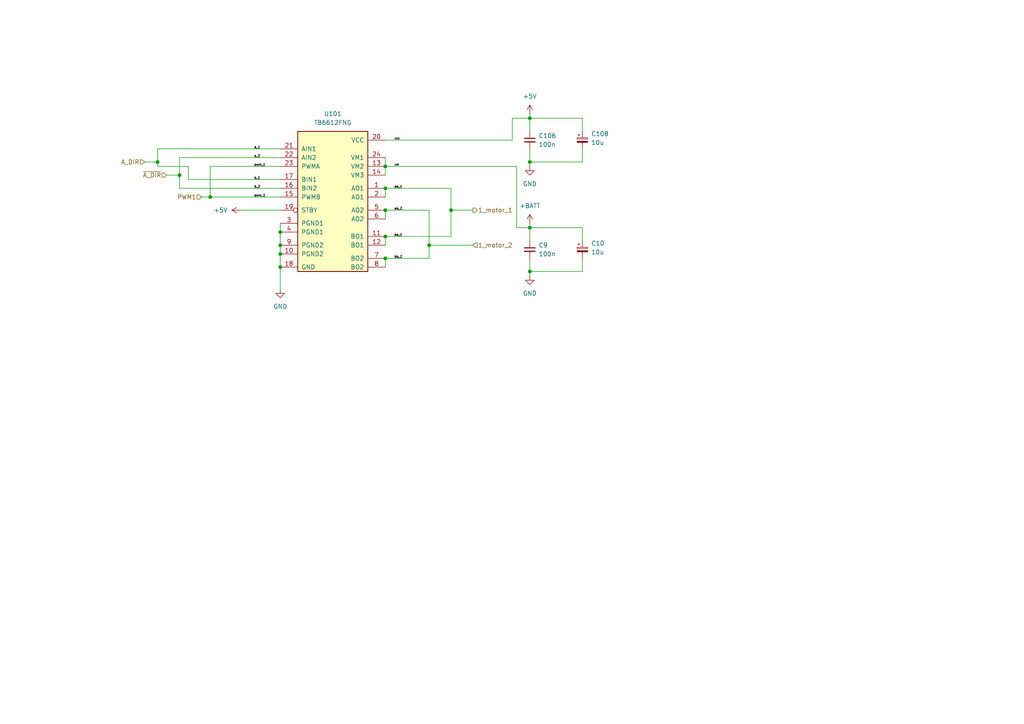
<source format=kicad_sch>
(kicad_sch
	(version 20231120)
	(generator "eeschema")
	(generator_version "8.0")
	(uuid "cf6f4d16-d596-4bfb-b0af-f0c1f16fa4d1")
	(paper "A4")
	(lib_symbols
		(symbol "Device:C_Polarized_Small"
			(pin_numbers hide)
			(pin_names
				(offset 0.254) hide)
			(exclude_from_sim no)
			(in_bom yes)
			(on_board yes)
			(property "Reference" "C"
				(at 0.254 1.778 0)
				(effects
					(font
						(size 1.27 1.27)
					)
					(justify left)
				)
			)
			(property "Value" "C_Polarized_Small"
				(at 0.254 -2.032 0)
				(effects
					(font
						(size 1.27 1.27)
					)
					(justify left)
				)
			)
			(property "Footprint" ""
				(at 0 0 0)
				(effects
					(font
						(size 1.27 1.27)
					)
					(hide yes)
				)
			)
			(property "Datasheet" "~"
				(at 0 0 0)
				(effects
					(font
						(size 1.27 1.27)
					)
					(hide yes)
				)
			)
			(property "Description" "Polarized capacitor, small symbol"
				(at 0 0 0)
				(effects
					(font
						(size 1.27 1.27)
					)
					(hide yes)
				)
			)
			(property "ki_keywords" "cap capacitor"
				(at 0 0 0)
				(effects
					(font
						(size 1.27 1.27)
					)
					(hide yes)
				)
			)
			(property "ki_fp_filters" "CP_*"
				(at 0 0 0)
				(effects
					(font
						(size 1.27 1.27)
					)
					(hide yes)
				)
			)
			(symbol "C_Polarized_Small_0_1"
				(rectangle
					(start -1.524 -0.3048)
					(end 1.524 -0.6858)
					(stroke
						(width 0)
						(type default)
					)
					(fill
						(type outline)
					)
				)
				(rectangle
					(start -1.524 0.6858)
					(end 1.524 0.3048)
					(stroke
						(width 0)
						(type default)
					)
					(fill
						(type none)
					)
				)
				(polyline
					(pts
						(xy -1.27 1.524) (xy -0.762 1.524)
					)
					(stroke
						(width 0)
						(type default)
					)
					(fill
						(type none)
					)
				)
				(polyline
					(pts
						(xy -1.016 1.27) (xy -1.016 1.778)
					)
					(stroke
						(width 0)
						(type default)
					)
					(fill
						(type none)
					)
				)
			)
			(symbol "C_Polarized_Small_1_1"
				(pin passive line
					(at 0 2.54 270)
					(length 1.8542)
					(name "~"
						(effects
							(font
								(size 1.27 1.27)
							)
						)
					)
					(number "1"
						(effects
							(font
								(size 1.27 1.27)
							)
						)
					)
				)
				(pin passive line
					(at 0 -2.54 90)
					(length 1.8542)
					(name "~"
						(effects
							(font
								(size 1.27 1.27)
							)
						)
					)
					(number "2"
						(effects
							(font
								(size 1.27 1.27)
							)
						)
					)
				)
			)
		)
		(symbol "Device:C_Small"
			(pin_numbers hide)
			(pin_names
				(offset 0.254) hide)
			(exclude_from_sim no)
			(in_bom yes)
			(on_board yes)
			(property "Reference" "C"
				(at 0.254 1.778 0)
				(effects
					(font
						(size 1.27 1.27)
					)
					(justify left)
				)
			)
			(property "Value" "C_Small"
				(at 0.254 -2.032 0)
				(effects
					(font
						(size 1.27 1.27)
					)
					(justify left)
				)
			)
			(property "Footprint" ""
				(at 0 0 0)
				(effects
					(font
						(size 1.27 1.27)
					)
					(hide yes)
				)
			)
			(property "Datasheet" "~"
				(at 0 0 0)
				(effects
					(font
						(size 1.27 1.27)
					)
					(hide yes)
				)
			)
			(property "Description" "Unpolarized capacitor, small symbol"
				(at 0 0 0)
				(effects
					(font
						(size 1.27 1.27)
					)
					(hide yes)
				)
			)
			(property "ki_keywords" "capacitor cap"
				(at 0 0 0)
				(effects
					(font
						(size 1.27 1.27)
					)
					(hide yes)
				)
			)
			(property "ki_fp_filters" "C_*"
				(at 0 0 0)
				(effects
					(font
						(size 1.27 1.27)
					)
					(hide yes)
				)
			)
			(symbol "C_Small_0_1"
				(polyline
					(pts
						(xy -1.524 -0.508) (xy 1.524 -0.508)
					)
					(stroke
						(width 0.3302)
						(type default)
					)
					(fill
						(type none)
					)
				)
				(polyline
					(pts
						(xy -1.524 0.508) (xy 1.524 0.508)
					)
					(stroke
						(width 0.3048)
						(type default)
					)
					(fill
						(type none)
					)
				)
			)
			(symbol "C_Small_1_1"
				(pin passive line
					(at 0 2.54 270)
					(length 2.032)
					(name "~"
						(effects
							(font
								(size 1.27 1.27)
							)
						)
					)
					(number "1"
						(effects
							(font
								(size 1.27 1.27)
							)
						)
					)
				)
				(pin passive line
					(at 0 -2.54 90)
					(length 2.032)
					(name "~"
						(effects
							(font
								(size 1.27 1.27)
							)
						)
					)
					(number "2"
						(effects
							(font
								(size 1.27 1.27)
							)
						)
					)
				)
			)
		)
		(symbol "Driver_Motor:TB6612FNG"
			(pin_names
				(offset 1.016)
			)
			(exclude_from_sim no)
			(in_bom yes)
			(on_board yes)
			(property "Reference" "U"
				(at 11.43 17.78 0)
				(effects
					(font
						(size 1.27 1.27)
					)
					(justify left)
				)
			)
			(property "Value" "TB6612FNG"
				(at 11.43 15.24 0)
				(effects
					(font
						(size 1.27 1.27)
					)
					(justify left)
				)
			)
			(property "Footprint" "Package_SO:SSOP-24_5.3x8.2mm_P0.65mm"
				(at 33.02 -22.86 0)
				(effects
					(font
						(size 1.27 1.27)
					)
					(hide yes)
				)
			)
			(property "Datasheet" "https://toshiba.semicon-storage.com/us/product/linear/motordriver/detail.TB6612FNG.html"
				(at 5.08 26.67 0)
				(effects
					(font
						(size 1.27 1.27)
					)
					(hide yes)
				)
			)
			(property "Description" "Driver IC for Dual DC motor, SSOP-24"
				(at 0 0 0)
				(effects
					(font
						(size 1.27 1.27)
					)
					(hide yes)
				)
			)
			(property "ki_keywords" "H-bridge motor driver"
				(at 0 0 0)
				(effects
					(font
						(size 1.27 1.27)
					)
					(hide yes)
				)
			)
			(property "ki_fp_filters" "SSOP-24*5.3x8.2mm*P0.65mm*"
				(at 0 0 0)
				(effects
					(font
						(size 1.27 1.27)
					)
					(hide yes)
				)
			)
			(symbol "TB6612FNG_0_1"
				(rectangle
					(start -10.16 20.32)
					(end 10.16 -20.32)
					(stroke
						(width 0.254)
						(type default)
					)
					(fill
						(type background)
					)
				)
			)
			(symbol "TB6612FNG_1_1"
				(pin output line
					(at 15.24 3.81 180)
					(length 5.08)
					(name "AO1"
						(effects
							(font
								(size 1.27 1.27)
							)
						)
					)
					(number "1"
						(effects
							(font
								(size 1.27 1.27)
							)
						)
					)
				)
				(pin power_in line
					(at -15.24 -15.24 0)
					(length 5.08)
					(name "PGND2"
						(effects
							(font
								(size 1.27 1.27)
							)
						)
					)
					(number "10"
						(effects
							(font
								(size 1.27 1.27)
							)
						)
					)
				)
				(pin output line
					(at 15.24 -10.16 180)
					(length 5.08)
					(name "BO1"
						(effects
							(font
								(size 1.27 1.27)
							)
						)
					)
					(number "11"
						(effects
							(font
								(size 1.27 1.27)
							)
						)
					)
				)
				(pin output line
					(at 15.24 -12.7 180)
					(length 5.08)
					(name "BO1"
						(effects
							(font
								(size 1.27 1.27)
							)
						)
					)
					(number "12"
						(effects
							(font
								(size 1.27 1.27)
							)
						)
					)
				)
				(pin power_in line
					(at 15.24 10.16 180)
					(length 5.08)
					(name "VM2"
						(effects
							(font
								(size 1.27 1.27)
							)
						)
					)
					(number "13"
						(effects
							(font
								(size 1.27 1.27)
							)
						)
					)
				)
				(pin power_in line
					(at 15.24 7.62 180)
					(length 5.08)
					(name "VM3"
						(effects
							(font
								(size 1.27 1.27)
							)
						)
					)
					(number "14"
						(effects
							(font
								(size 1.27 1.27)
							)
						)
					)
				)
				(pin input line
					(at -15.24 1.27 0)
					(length 5.08)
					(name "PWMB"
						(effects
							(font
								(size 1.27 1.27)
							)
						)
					)
					(number "15"
						(effects
							(font
								(size 1.27 1.27)
							)
						)
					)
				)
				(pin input line
					(at -15.24 3.81 0)
					(length 5.08)
					(name "BIN2"
						(effects
							(font
								(size 1.27 1.27)
							)
						)
					)
					(number "16"
						(effects
							(font
								(size 1.27 1.27)
							)
						)
					)
				)
				(pin input line
					(at -15.24 6.35 0)
					(length 5.08)
					(name "BIN1"
						(effects
							(font
								(size 1.27 1.27)
							)
						)
					)
					(number "17"
						(effects
							(font
								(size 1.27 1.27)
							)
						)
					)
				)
				(pin power_in line
					(at -15.24 -19.05 0)
					(length 5.08)
					(name "GND"
						(effects
							(font
								(size 1.27 1.27)
							)
						)
					)
					(number "18"
						(effects
							(font
								(size 1.27 1.27)
							)
						)
					)
				)
				(pin input inverted
					(at -15.24 -2.54 0)
					(length 5.08)
					(name "STBY"
						(effects
							(font
								(size 1.27 1.27)
							)
						)
					)
					(number "19"
						(effects
							(font
								(size 1.27 1.27)
							)
						)
					)
				)
				(pin output line
					(at 15.24 1.27 180)
					(length 5.08)
					(name "AO1"
						(effects
							(font
								(size 1.27 1.27)
							)
						)
					)
					(number "2"
						(effects
							(font
								(size 1.27 1.27)
							)
						)
					)
				)
				(pin power_in line
					(at 15.24 17.78 180)
					(length 5.08)
					(name "VCC"
						(effects
							(font
								(size 1.27 1.27)
							)
						)
					)
					(number "20"
						(effects
							(font
								(size 1.27 1.27)
							)
						)
					)
				)
				(pin input line
					(at -15.24 15.24 0)
					(length 5.08)
					(name "AIN1"
						(effects
							(font
								(size 1.27 1.27)
							)
						)
					)
					(number "21"
						(effects
							(font
								(size 1.27 1.27)
							)
						)
					)
				)
				(pin input line
					(at -15.24 12.7 0)
					(length 5.08)
					(name "AIN2"
						(effects
							(font
								(size 1.27 1.27)
							)
						)
					)
					(number "22"
						(effects
							(font
								(size 1.27 1.27)
							)
						)
					)
				)
				(pin input line
					(at -15.24 10.16 0)
					(length 5.08)
					(name "PWMA"
						(effects
							(font
								(size 1.27 1.27)
							)
						)
					)
					(number "23"
						(effects
							(font
								(size 1.27 1.27)
							)
						)
					)
				)
				(pin power_in line
					(at 15.24 12.7 180)
					(length 5.08)
					(name "VM1"
						(effects
							(font
								(size 1.27 1.27)
							)
						)
					)
					(number "24"
						(effects
							(font
								(size 1.27 1.27)
							)
						)
					)
				)
				(pin power_in line
					(at -15.24 -6.35 0)
					(length 5.08)
					(name "PGND1"
						(effects
							(font
								(size 1.27 1.27)
							)
						)
					)
					(number "3"
						(effects
							(font
								(size 1.27 1.27)
							)
						)
					)
				)
				(pin power_in line
					(at -15.24 -8.89 0)
					(length 5.08)
					(name "PGND1"
						(effects
							(font
								(size 1.27 1.27)
							)
						)
					)
					(number "4"
						(effects
							(font
								(size 1.27 1.27)
							)
						)
					)
				)
				(pin output line
					(at 15.24 -2.54 180)
					(length 5.08)
					(name "AO2"
						(effects
							(font
								(size 1.27 1.27)
							)
						)
					)
					(number "5"
						(effects
							(font
								(size 1.27 1.27)
							)
						)
					)
				)
				(pin output line
					(at 15.24 -5.08 180)
					(length 5.08)
					(name "AO2"
						(effects
							(font
								(size 1.27 1.27)
							)
						)
					)
					(number "6"
						(effects
							(font
								(size 1.27 1.27)
							)
						)
					)
				)
				(pin output line
					(at 15.24 -16.51 180)
					(length 5.08)
					(name "BO2"
						(effects
							(font
								(size 1.27 1.27)
							)
						)
					)
					(number "7"
						(effects
							(font
								(size 1.27 1.27)
							)
						)
					)
				)
				(pin output line
					(at 15.24 -19.05 180)
					(length 5.08)
					(name "BO2"
						(effects
							(font
								(size 1.27 1.27)
							)
						)
					)
					(number "8"
						(effects
							(font
								(size 1.27 1.27)
							)
						)
					)
				)
				(pin power_in line
					(at -15.24 -12.7 0)
					(length 5.08)
					(name "PGND2"
						(effects
							(font
								(size 1.27 1.27)
							)
						)
					)
					(number "9"
						(effects
							(font
								(size 1.27 1.27)
							)
						)
					)
				)
			)
		)
		(symbol "power:+5V"
			(power)
			(pin_numbers hide)
			(pin_names
				(offset 0) hide)
			(exclude_from_sim no)
			(in_bom yes)
			(on_board yes)
			(property "Reference" "#PWR"
				(at 0 -3.81 0)
				(effects
					(font
						(size 1.27 1.27)
					)
					(hide yes)
				)
			)
			(property "Value" "+5V"
				(at 0 3.556 0)
				(effects
					(font
						(size 1.27 1.27)
					)
				)
			)
			(property "Footprint" ""
				(at 0 0 0)
				(effects
					(font
						(size 1.27 1.27)
					)
					(hide yes)
				)
			)
			(property "Datasheet" ""
				(at 0 0 0)
				(effects
					(font
						(size 1.27 1.27)
					)
					(hide yes)
				)
			)
			(property "Description" "Power symbol creates a global label with name \"+5V\""
				(at 0 0 0)
				(effects
					(font
						(size 1.27 1.27)
					)
					(hide yes)
				)
			)
			(property "ki_keywords" "global power"
				(at 0 0 0)
				(effects
					(font
						(size 1.27 1.27)
					)
					(hide yes)
				)
			)
			(symbol "+5V_0_1"
				(polyline
					(pts
						(xy -0.762 1.27) (xy 0 2.54)
					)
					(stroke
						(width 0)
						(type default)
					)
					(fill
						(type none)
					)
				)
				(polyline
					(pts
						(xy 0 0) (xy 0 2.54)
					)
					(stroke
						(width 0)
						(type default)
					)
					(fill
						(type none)
					)
				)
				(polyline
					(pts
						(xy 0 2.54) (xy 0.762 1.27)
					)
					(stroke
						(width 0)
						(type default)
					)
					(fill
						(type none)
					)
				)
			)
			(symbol "+5V_1_1"
				(pin power_in line
					(at 0 0 90)
					(length 0)
					(name "~"
						(effects
							(font
								(size 1.27 1.27)
							)
						)
					)
					(number "1"
						(effects
							(font
								(size 1.27 1.27)
							)
						)
					)
				)
			)
		)
		(symbol "power:+BATT"
			(power)
			(pin_numbers hide)
			(pin_names
				(offset 0) hide)
			(exclude_from_sim no)
			(in_bom yes)
			(on_board yes)
			(property "Reference" "#PWR"
				(at 0 -3.81 0)
				(effects
					(font
						(size 1.27 1.27)
					)
					(hide yes)
				)
			)
			(property "Value" "+BATT"
				(at 0 3.556 0)
				(effects
					(font
						(size 1.27 1.27)
					)
				)
			)
			(property "Footprint" ""
				(at 0 0 0)
				(effects
					(font
						(size 1.27 1.27)
					)
					(hide yes)
				)
			)
			(property "Datasheet" ""
				(at 0 0 0)
				(effects
					(font
						(size 1.27 1.27)
					)
					(hide yes)
				)
			)
			(property "Description" "Power symbol creates a global label with name \"+BATT\""
				(at 0 0 0)
				(effects
					(font
						(size 1.27 1.27)
					)
					(hide yes)
				)
			)
			(property "ki_keywords" "global power battery"
				(at 0 0 0)
				(effects
					(font
						(size 1.27 1.27)
					)
					(hide yes)
				)
			)
			(symbol "+BATT_0_1"
				(polyline
					(pts
						(xy -0.762 1.27) (xy 0 2.54)
					)
					(stroke
						(width 0)
						(type default)
					)
					(fill
						(type none)
					)
				)
				(polyline
					(pts
						(xy 0 0) (xy 0 2.54)
					)
					(stroke
						(width 0)
						(type default)
					)
					(fill
						(type none)
					)
				)
				(polyline
					(pts
						(xy 0 2.54) (xy 0.762 1.27)
					)
					(stroke
						(width 0)
						(type default)
					)
					(fill
						(type none)
					)
				)
			)
			(symbol "+BATT_1_1"
				(pin power_in line
					(at 0 0 90)
					(length 0)
					(name "~"
						(effects
							(font
								(size 1.27 1.27)
							)
						)
					)
					(number "1"
						(effects
							(font
								(size 1.27 1.27)
							)
						)
					)
				)
			)
		)
		(symbol "power:GND"
			(power)
			(pin_numbers hide)
			(pin_names
				(offset 0) hide)
			(exclude_from_sim no)
			(in_bom yes)
			(on_board yes)
			(property "Reference" "#PWR"
				(at 0 -6.35 0)
				(effects
					(font
						(size 1.27 1.27)
					)
					(hide yes)
				)
			)
			(property "Value" "GND"
				(at 0 -3.81 0)
				(effects
					(font
						(size 1.27 1.27)
					)
				)
			)
			(property "Footprint" ""
				(at 0 0 0)
				(effects
					(font
						(size 1.27 1.27)
					)
					(hide yes)
				)
			)
			(property "Datasheet" ""
				(at 0 0 0)
				(effects
					(font
						(size 1.27 1.27)
					)
					(hide yes)
				)
			)
			(property "Description" "Power symbol creates a global label with name \"GND\" , ground"
				(at 0 0 0)
				(effects
					(font
						(size 1.27 1.27)
					)
					(hide yes)
				)
			)
			(property "ki_keywords" "global power"
				(at 0 0 0)
				(effects
					(font
						(size 1.27 1.27)
					)
					(hide yes)
				)
			)
			(symbol "GND_0_1"
				(polyline
					(pts
						(xy 0 0) (xy 0 -1.27) (xy 1.27 -1.27) (xy 0 -2.54) (xy -1.27 -1.27) (xy 0 -1.27)
					)
					(stroke
						(width 0)
						(type default)
					)
					(fill
						(type none)
					)
				)
			)
			(symbol "GND_1_1"
				(pin power_in line
					(at 0 0 270)
					(length 0)
					(name "~"
						(effects
							(font
								(size 1.27 1.27)
							)
						)
					)
					(number "1"
						(effects
							(font
								(size 1.27 1.27)
							)
						)
					)
				)
			)
		)
	)
	(junction
		(at 130.81 60.96)
		(diameter 0)
		(color 0 0 0 0)
		(uuid "0698a236-74c3-412b-a5cd-30dc6a519c7f")
	)
	(junction
		(at 60.96 57.15)
		(diameter 0)
		(color 0 0 0 0)
		(uuid "0de1ede2-c13a-47b5-ae9d-e298cddebe09")
	)
	(junction
		(at 153.67 66.04)
		(diameter 0)
		(color 0 0 0 0)
		(uuid "140ef0b8-ac0b-4077-a977-dc4f1348a513")
	)
	(junction
		(at 45.72 46.99)
		(diameter 0)
		(color 0 0 0 0)
		(uuid "17d906c8-63c9-4a3b-be5b-e52506ce9b91")
	)
	(junction
		(at 81.28 77.47)
		(diameter 0)
		(color 0 0 0 0)
		(uuid "2bded5d0-4d07-458a-b3bb-fad9237e0f57")
	)
	(junction
		(at 111.76 68.58)
		(diameter 0)
		(color 0 0 0 0)
		(uuid "4269e954-5344-4048-99d1-3964503eb1ea")
	)
	(junction
		(at 153.67 78.74)
		(diameter 0)
		(color 0 0 0 0)
		(uuid "44c950fd-f121-4bbb-bc66-7b5889cbcbaf")
	)
	(junction
		(at 81.28 73.66)
		(diameter 0)
		(color 0 0 0 0)
		(uuid "65689487-c23d-4e23-b4f1-d40b11d29cda")
	)
	(junction
		(at 81.28 71.12)
		(diameter 0)
		(color 0 0 0 0)
		(uuid "71eeff66-6ad8-4214-b578-63e384ae051b")
	)
	(junction
		(at 111.76 74.93)
		(diameter 0)
		(color 0 0 0 0)
		(uuid "80d59fd4-76aa-4fd6-973e-e3711193ed07")
	)
	(junction
		(at 124.46 71.12)
		(diameter 0)
		(color 0 0 0 0)
		(uuid "9527f787-3a14-41e0-a197-bb0c8d224522")
	)
	(junction
		(at 153.67 46.99)
		(diameter 0)
		(color 0 0 0 0)
		(uuid "9c353f2b-6487-4486-9c6e-0ffedd80d207")
	)
	(junction
		(at 111.76 54.61)
		(diameter 0)
		(color 0 0 0 0)
		(uuid "ae2bf2eb-57b4-4483-89f7-75971fb08392")
	)
	(junction
		(at 111.76 60.96)
		(diameter 0)
		(color 0 0 0 0)
		(uuid "b2147d77-05f5-4036-bd34-6ac2be789abb")
	)
	(junction
		(at 153.67 34.29)
		(diameter 0)
		(color 0 0 0 0)
		(uuid "b302cd65-64fa-4f12-ba57-5cd8ac07246f")
	)
	(junction
		(at 52.07 50.8)
		(diameter 0)
		(color 0 0 0 0)
		(uuid "b7819bfd-39e0-41d5-b723-c607e9a50bd2")
	)
	(junction
		(at 111.76 48.26)
		(diameter 0)
		(color 0 0 0 0)
		(uuid "cccd5097-7238-4b3f-99d3-b7f813691c4f")
	)
	(junction
		(at 81.28 67.31)
		(diameter 0)
		(color 0 0 0 0)
		(uuid "e735fc03-3335-4eb6-9641-24e5ceebded2")
	)
	(wire
		(pts
			(xy 58.42 57.15) (xy 60.96 57.15)
		)
		(stroke
			(width 0)
			(type default)
		)
		(uuid "03afb5a2-f4b5-47e0-a99a-6c01409a5141")
	)
	(wire
		(pts
			(xy 153.67 34.29) (xy 168.91 34.29)
		)
		(stroke
			(width 0)
			(type default)
		)
		(uuid "06b43599-a6c2-474a-8927-347fdf2e01c2")
	)
	(wire
		(pts
			(xy 52.07 50.8) (xy 52.07 54.61)
		)
		(stroke
			(width 0)
			(type default)
		)
		(uuid "14511442-b488-4044-910c-5ed6eeb38ae2")
	)
	(wire
		(pts
			(xy 111.76 68.58) (xy 111.76 71.12)
		)
		(stroke
			(width 0)
			(type default)
		)
		(uuid "155c96fd-1937-44cc-870b-0abceb8aa003")
	)
	(wire
		(pts
			(xy 41.91 46.99) (xy 45.72 46.99)
		)
		(stroke
			(width 0)
			(type default)
		)
		(uuid "1d2c6622-4370-4d5a-ad5d-6edfebe6ab3e")
	)
	(wire
		(pts
			(xy 153.67 66.04) (xy 168.91 66.04)
		)
		(stroke
			(width 0)
			(type default)
		)
		(uuid "217a81cf-3b42-444e-b638-2a4a9d9bd75d")
	)
	(wire
		(pts
			(xy 148.59 34.29) (xy 153.67 34.29)
		)
		(stroke
			(width 0)
			(type default)
		)
		(uuid "2b1c3ab4-53c6-411c-b182-fe21b16bb77c")
	)
	(wire
		(pts
			(xy 111.76 48.26) (xy 111.76 50.8)
		)
		(stroke
			(width 0)
			(type default)
		)
		(uuid "2b412449-40f7-4053-9134-cde73e558a43")
	)
	(wire
		(pts
			(xy 111.76 54.61) (xy 130.81 54.61)
		)
		(stroke
			(width 0)
			(type default)
		)
		(uuid "2be0397b-63b4-4946-b383-c022a612ebc1")
	)
	(wire
		(pts
			(xy 54.61 52.07) (xy 54.61 48.26)
		)
		(stroke
			(width 0)
			(type default)
		)
		(uuid "2d35efc9-f2de-41af-bb5a-3f4208d705a4")
	)
	(wire
		(pts
			(xy 54.61 48.26) (xy 45.72 48.26)
		)
		(stroke
			(width 0)
			(type default)
		)
		(uuid "2eafc8fa-51bd-4b3c-ab01-c45232bbbbe3")
	)
	(wire
		(pts
			(xy 69.85 60.96) (xy 81.28 60.96)
		)
		(stroke
			(width 0)
			(type default)
		)
		(uuid "358db33b-a6c8-401c-9cd3-52cd959c0aea")
	)
	(wire
		(pts
			(xy 153.67 46.99) (xy 153.67 48.26)
		)
		(stroke
			(width 0)
			(type default)
		)
		(uuid "36d75c3f-0490-4161-b1f0-0073b273d655")
	)
	(wire
		(pts
			(xy 124.46 71.12) (xy 124.46 74.93)
		)
		(stroke
			(width 0)
			(type default)
		)
		(uuid "3a720625-baec-499a-a3fe-b108dae6dedc")
	)
	(wire
		(pts
			(xy 153.67 64.77) (xy 153.67 66.04)
		)
		(stroke
			(width 0)
			(type default)
		)
		(uuid "3ffe6a6a-4b0f-4b6b-a692-3fd8beed56bc")
	)
	(wire
		(pts
			(xy 111.76 45.72) (xy 111.76 48.26)
		)
		(stroke
			(width 0)
			(type default)
		)
		(uuid "44ce44e0-9e83-4650-9ae9-b32875e62a5a")
	)
	(wire
		(pts
			(xy 45.72 48.26) (xy 45.72 46.99)
		)
		(stroke
			(width 0)
			(type default)
		)
		(uuid "4b3911f5-6cca-4a93-9b19-a852c0b0df27")
	)
	(wire
		(pts
			(xy 60.96 48.26) (xy 81.28 48.26)
		)
		(stroke
			(width 0)
			(type default)
		)
		(uuid "4d11d4b7-81a1-4f8a-ad9b-ab0b7e6b6185")
	)
	(wire
		(pts
			(xy 130.81 60.96) (xy 137.16 60.96)
		)
		(stroke
			(width 0)
			(type default)
		)
		(uuid "4eca86c6-4c6c-45e9-9406-a4c77591c2db")
	)
	(wire
		(pts
			(xy 111.76 40.64) (xy 148.59 40.64)
		)
		(stroke
			(width 0)
			(type default)
		)
		(uuid "4f92aa41-5662-498e-a044-cc120b9ede89")
	)
	(wire
		(pts
			(xy 60.96 57.15) (xy 81.28 57.15)
		)
		(stroke
			(width 0)
			(type default)
		)
		(uuid "5005640e-8936-425f-95da-c29e0c905c99")
	)
	(wire
		(pts
			(xy 81.28 73.66) (xy 81.28 77.47)
		)
		(stroke
			(width 0)
			(type default)
		)
		(uuid "5c54ab48-5b66-4037-9eda-e05842e77d57")
	)
	(wire
		(pts
			(xy 168.91 74.93) (xy 168.91 78.74)
		)
		(stroke
			(width 0)
			(type default)
		)
		(uuid "5f28e664-e0b4-4732-bf86-a3b6140cd2c5")
	)
	(wire
		(pts
			(xy 168.91 66.04) (xy 168.91 69.85)
		)
		(stroke
			(width 0)
			(type default)
		)
		(uuid "67457c4b-0d12-480f-a092-ebb0e7ae0bb3")
	)
	(wire
		(pts
			(xy 153.67 43.18) (xy 153.67 46.99)
		)
		(stroke
			(width 0)
			(type default)
		)
		(uuid "6ae29c57-8306-4780-98c4-e7d0dabf0c0d")
	)
	(wire
		(pts
			(xy 48.26 50.8) (xy 52.07 50.8)
		)
		(stroke
			(width 0)
			(type default)
		)
		(uuid "76803a90-88a2-48f2-96e1-45bc790179ee")
	)
	(wire
		(pts
			(xy 153.67 78.74) (xy 153.67 80.01)
		)
		(stroke
			(width 0)
			(type default)
		)
		(uuid "7f0a362c-4887-4a06-b7fa-bd5e407af37f")
	)
	(wire
		(pts
			(xy 130.81 68.58) (xy 130.81 60.96)
		)
		(stroke
			(width 0)
			(type default)
		)
		(uuid "81d064c0-4f4e-4d25-b1a4-0969a3724c86")
	)
	(wire
		(pts
			(xy 111.76 48.26) (xy 149.86 48.26)
		)
		(stroke
			(width 0)
			(type default)
		)
		(uuid "844e28c3-f383-40c1-84ae-4768a4800462")
	)
	(wire
		(pts
			(xy 168.91 43.18) (xy 168.91 46.99)
		)
		(stroke
			(width 0)
			(type default)
		)
		(uuid "8844ac0d-fefa-4748-a43d-1dd1cc21ba64")
	)
	(wire
		(pts
			(xy 153.67 74.93) (xy 153.67 78.74)
		)
		(stroke
			(width 0)
			(type default)
		)
		(uuid "8dd148ee-103d-4689-8f91-b43ec678780e")
	)
	(wire
		(pts
			(xy 52.07 45.72) (xy 81.28 45.72)
		)
		(stroke
			(width 0)
			(type default)
		)
		(uuid "9062a3f9-cffa-4dba-85ce-7a9699c2009a")
	)
	(wire
		(pts
			(xy 153.67 69.85) (xy 153.67 66.04)
		)
		(stroke
			(width 0)
			(type default)
		)
		(uuid "90740af0-3aa8-4263-8ae4-ffb96e58af7d")
	)
	(wire
		(pts
			(xy 168.91 78.74) (xy 153.67 78.74)
		)
		(stroke
			(width 0)
			(type default)
		)
		(uuid "918de38b-1eb2-453e-8036-134172097e9b")
	)
	(wire
		(pts
			(xy 130.81 60.96) (xy 130.81 54.61)
		)
		(stroke
			(width 0)
			(type default)
		)
		(uuid "9978df30-ffdf-4654-8816-281fdedb338e")
	)
	(wire
		(pts
			(xy 81.28 64.77) (xy 81.28 67.31)
		)
		(stroke
			(width 0)
			(type default)
		)
		(uuid "9e857e7f-7db9-49e3-a55f-b63fd5f0e92c")
	)
	(wire
		(pts
			(xy 124.46 60.96) (xy 124.46 71.12)
		)
		(stroke
			(width 0)
			(type default)
		)
		(uuid "9e8869fc-40fa-4bff-8632-feb935b201fb")
	)
	(wire
		(pts
			(xy 81.28 77.47) (xy 81.28 83.82)
		)
		(stroke
			(width 0)
			(type default)
		)
		(uuid "9eb9054f-3cd8-45e2-a030-e2daf5b266eb")
	)
	(wire
		(pts
			(xy 153.67 38.1) (xy 153.67 34.29)
		)
		(stroke
			(width 0)
			(type default)
		)
		(uuid "a083129d-80bd-4f96-8d07-0e7f1b6b9ddf")
	)
	(wire
		(pts
			(xy 111.76 68.58) (xy 130.81 68.58)
		)
		(stroke
			(width 0)
			(type default)
		)
		(uuid "a4a7364e-1f73-4036-bf7c-39cff4d09d91")
	)
	(wire
		(pts
			(xy 81.28 71.12) (xy 81.28 73.66)
		)
		(stroke
			(width 0)
			(type default)
		)
		(uuid "a8679a49-a520-4dfe-a4bf-1db3f8549f2d")
	)
	(wire
		(pts
			(xy 111.76 60.96) (xy 111.76 63.5)
		)
		(stroke
			(width 0)
			(type default)
		)
		(uuid "b0308c03-6654-48d9-9fe3-6cd069f327f7")
	)
	(wire
		(pts
			(xy 54.61 52.07) (xy 81.28 52.07)
		)
		(stroke
			(width 0)
			(type default)
		)
		(uuid "b2e7b2f9-4fab-419f-9117-d2eedc722230")
	)
	(wire
		(pts
			(xy 45.72 43.18) (xy 81.28 43.18)
		)
		(stroke
			(width 0)
			(type default)
		)
		(uuid "b34cbe31-3893-43fb-8d64-cf95bee94fe9")
	)
	(wire
		(pts
			(xy 149.86 66.04) (xy 153.67 66.04)
		)
		(stroke
			(width 0)
			(type default)
		)
		(uuid "b351dc9c-672f-4e92-9911-68a4190173b9")
	)
	(wire
		(pts
			(xy 111.76 54.61) (xy 111.76 57.15)
		)
		(stroke
			(width 0)
			(type default)
		)
		(uuid "b480ca7e-41c2-4d0f-896a-470935ee4af0")
	)
	(wire
		(pts
			(xy 52.07 54.61) (xy 81.28 54.61)
		)
		(stroke
			(width 0)
			(type default)
		)
		(uuid "bc535d4c-f28a-4de0-8263-a16a6d566b64")
	)
	(wire
		(pts
			(xy 168.91 46.99) (xy 153.67 46.99)
		)
		(stroke
			(width 0)
			(type default)
		)
		(uuid "bd7f0222-02ab-44ca-83e2-7a8f3a149f13")
	)
	(wire
		(pts
			(xy 111.76 74.93) (xy 124.46 74.93)
		)
		(stroke
			(width 0)
			(type default)
		)
		(uuid "bdbd8979-b6e9-4368-9861-642a803ab390")
	)
	(wire
		(pts
			(xy 52.07 50.8) (xy 52.07 45.72)
		)
		(stroke
			(width 0)
			(type default)
		)
		(uuid "c1beaccf-8992-4adb-8af0-3e8f0f454e1d")
	)
	(wire
		(pts
			(xy 168.91 34.29) (xy 168.91 38.1)
		)
		(stroke
			(width 0)
			(type default)
		)
		(uuid "c3c49f48-b37b-401a-9018-693e1417467d")
	)
	(wire
		(pts
			(xy 124.46 71.12) (xy 137.16 71.12)
		)
		(stroke
			(width 0)
			(type default)
		)
		(uuid "d1ed5fc7-9d30-4525-9d11-788d3426ebd3")
	)
	(wire
		(pts
			(xy 148.59 40.64) (xy 148.59 34.29)
		)
		(stroke
			(width 0)
			(type default)
		)
		(uuid "d4e5e416-743b-4c79-b55a-9bb4b87bbf27")
	)
	(wire
		(pts
			(xy 81.28 67.31) (xy 81.28 71.12)
		)
		(stroke
			(width 0)
			(type default)
		)
		(uuid "d66bab39-935e-436e-bd6d-4699accb3c8d")
	)
	(wire
		(pts
			(xy 60.96 48.26) (xy 60.96 57.15)
		)
		(stroke
			(width 0)
			(type default)
		)
		(uuid "dcec8acf-1133-453e-8ac5-2fc79b8ec5c0")
	)
	(wire
		(pts
			(xy 45.72 46.99) (xy 45.72 43.18)
		)
		(stroke
			(width 0)
			(type default)
		)
		(uuid "e4bbcc87-bc32-441a-b775-d7afa281b1cc")
	)
	(wire
		(pts
			(xy 111.76 74.93) (xy 111.76 77.47)
		)
		(stroke
			(width 0)
			(type default)
		)
		(uuid "e60658ec-be2e-4d58-a4f4-87d62b2f9f50")
	)
	(wire
		(pts
			(xy 111.76 60.96) (xy 124.46 60.96)
		)
		(stroke
			(width 0)
			(type default)
		)
		(uuid "f96f5db3-76c4-4205-98b5-0eaee7d21cd5")
	)
	(wire
		(pts
			(xy 153.67 33.02) (xy 153.67 34.29)
		)
		(stroke
			(width 0)
			(type default)
		)
		(uuid "fd19f69d-01b2-422d-9ae0-337c9c93e2fb")
	)
	(wire
		(pts
			(xy 149.86 48.26) (xy 149.86 66.04)
		)
		(stroke
			(width 0)
			(type default)
		)
		(uuid "fee61de1-eafc-4351-9b73-f60cb430288d")
	)
	(label "a_2"
		(at 73.66 45.72 0)
		(fields_autoplaced yes)
		(effects
			(font
				(size 0.635 0.635)
			)
			(justify left bottom)
		)
		(uuid "2e019f7f-f920-4c36-950f-8bdd9bd56f6f")
	)
	(label "pwm_1"
		(at 73.66 48.26 0)
		(fields_autoplaced yes)
		(effects
			(font
				(size 0.635 0.635)
			)
			(justify left bottom)
		)
		(uuid "4250f0af-30c9-4d2e-9005-f960db345dc6")
	)
	(label "b_1"
		(at 73.66 52.07 0)
		(fields_autoplaced yes)
		(effects
			(font
				(size 0.635 0.635)
			)
			(justify left bottom)
		)
		(uuid "46e1ca28-88da-41f0-9112-3554076d12bb")
	)
	(label "vcc"
		(at 114.3 40.64 0)
		(fields_autoplaced yes)
		(effects
			(font
				(size 0.635 0.635)
			)
			(justify left bottom)
		)
		(uuid "50c992fc-f929-4c06-bf10-1c77fc950f5b")
	)
	(label "vm"
		(at 114.3 48.26 0)
		(fields_autoplaced yes)
		(effects
			(font
				(size 0.635 0.635)
			)
			(justify left bottom)
		)
		(uuid "633f8fe0-bffb-4cb6-8bf1-c22925947579")
	)
	(label "b_2"
		(at 73.66 54.61 0)
		(fields_autoplaced yes)
		(effects
			(font
				(size 0.635 0.635)
			)
			(justify left bottom)
		)
		(uuid "8e6c1904-325b-4620-b08a-bc9c91faa9bf")
	)
	(label "pwm_1"
		(at 73.66 57.15 0)
		(fields_autoplaced yes)
		(effects
			(font
				(size 0.635 0.635)
			)
			(justify left bottom)
		)
		(uuid "9b062639-cf32-4bd9-98b7-55cba79b0098")
	)
	(label "ao_2"
		(at 114.3 60.96 0)
		(fields_autoplaced yes)
		(effects
			(font
				(size 0.635 0.635)
			)
			(justify left bottom)
		)
		(uuid "a637ad0b-9aa2-4bcd-9107-c1500df6170e")
	)
	(label "a_1"
		(at 73.66 43.18 0)
		(fields_autoplaced yes)
		(effects
			(font
				(size 0.635 0.635)
			)
			(justify left bottom)
		)
		(uuid "c0a82ab9-6c75-4a7e-a6bf-792c7abc1fb9")
	)
	(label "bo_2"
		(at 114.3 74.93 0)
		(fields_autoplaced yes)
		(effects
			(font
				(size 0.635 0.635)
			)
			(justify left bottom)
		)
		(uuid "c99f08db-68da-48aa-8e4c-80ca911f5850")
	)
	(label "bo_1"
		(at 114.3 68.58 0)
		(fields_autoplaced yes)
		(effects
			(font
				(size 0.635 0.635)
			)
			(justify left bottom)
		)
		(uuid "d04a25ab-e2fa-420d-87d9-0b4b76856360")
	)
	(label "ao_1"
		(at 114.3 54.61 0)
		(fields_autoplaced yes)
		(effects
			(font
				(size 0.635 0.635)
			)
			(justify left bottom)
		)
		(uuid "fdca7ead-b2bb-4e1d-99a4-ba1945ca3b07")
	)
	(hierarchical_label "1_motor_1"
		(shape output)
		(at 137.16 60.96 0)
		(fields_autoplaced yes)
		(effects
			(font
				(size 1.27 1.27)
			)
			(justify left)
		)
		(uuid "38fd9b14-031a-4fd3-832c-09e02ec600c5")
	)
	(hierarchical_label "1_motor_2"
		(shape input)
		(at 137.16 71.12 0)
		(fields_autoplaced yes)
		(effects
			(font
				(size 1.27 1.27)
			)
			(justify left)
		)
		(uuid "5f6543da-637c-4248-8c98-b5694b70c391")
	)
	(hierarchical_label "~{A_DIR}"
		(shape input)
		(at 48.26 50.8 180)
		(fields_autoplaced yes)
		(effects
			(font
				(size 1.27 1.27)
			)
			(justify right)
		)
		(uuid "a8858669-a6e4-44a6-b9c8-2bd35069021b")
	)
	(hierarchical_label "A_DIR"
		(shape input)
		(at 41.91 46.99 180)
		(fields_autoplaced yes)
		(effects
			(font
				(size 1.27 1.27)
			)
			(justify right)
		)
		(uuid "cd04b248-a568-45ec-8d40-5e851315c34a")
	)
	(hierarchical_label "PWM1"
		(shape input)
		(at 58.42 57.15 180)
		(fields_autoplaced yes)
		(effects
			(font
				(size 1.27 1.27)
			)
			(justify right)
		)
		(uuid "f920a12a-c359-4756-97cb-a2142ed65ede")
	)
	(symbol
		(lib_id "Device:C_Small")
		(at 153.67 40.64 0)
		(unit 1)
		(exclude_from_sim no)
		(in_bom yes)
		(on_board yes)
		(dnp no)
		(fields_autoplaced yes)
		(uuid "151997d2-2b7a-40f2-a4ea-bb90d29a1e24")
		(property "Reference" "C106"
			(at 156.21 39.3762 0)
			(effects
				(font
					(size 1.27 1.27)
				)
				(justify left)
			)
		)
		(property "Value" "100n"
			(at 156.21 41.9162 0)
			(effects
				(font
					(size 1.27 1.27)
				)
				(justify left)
			)
		)
		(property "Footprint" "Capacitor_SMD:C_0805_2012Metric"
			(at 153.67 40.64 0)
			(effects
				(font
					(size 1.27 1.27)
				)
				(hide yes)
			)
		)
		(property "Datasheet" "~"
			(at 153.67 40.64 0)
			(effects
				(font
					(size 1.27 1.27)
				)
				(hide yes)
			)
		)
		(property "Description" "Unpolarized capacitor, small symbol"
			(at 153.67 40.64 0)
			(effects
				(font
					(size 1.27 1.27)
				)
				(hide yes)
			)
		)
		(pin "2"
			(uuid "21d0efb7-f2f6-4e2a-bb56-24328caed487")
		)
		(pin "1"
			(uuid "a9b94c5e-fcf5-4305-8723-b6be0fd7459d")
		)
		(instances
			(project "konar1"
				(path "/7e303391-5486-4b35-a8df-33fbbc6d40dd/32fa13a6-57be-4cbd-bbc3-fa822140b014"
					(reference "C106")
					(unit 1)
				)
			)
			(project "konar2"
				(path "/c9154aa1-f1b7-423e-bcde-0c6434e2094e/288fbb70-d3f5-48ec-9973-4ea2f70444be"
					(reference "C_md1_1")
					(unit 1)
				)
			)
		)
	)
	(symbol
		(lib_id "Device:C_Polarized_Small")
		(at 168.91 72.39 0)
		(unit 1)
		(exclude_from_sim no)
		(in_bom yes)
		(on_board yes)
		(dnp no)
		(fields_autoplaced yes)
		(uuid "19bb51a4-7475-4b9d-914a-b87c36e749d7")
		(property "Reference" "C10"
			(at 171.45 70.5738 0)
			(effects
				(font
					(size 1.27 1.27)
				)
				(justify left)
			)
		)
		(property "Value" "10u"
			(at 171.45 73.1138 0)
			(effects
				(font
					(size 1.27 1.27)
				)
				(justify left)
			)
		)
		(property "Footprint" "Capacitor_Tantalum_SMD:CP_EIA-3528-12_Kemet-T"
			(at 168.91 72.39 0)
			(effects
				(font
					(size 1.27 1.27)
				)
				(hide yes)
			)
		)
		(property "Datasheet" "~"
			(at 168.91 72.39 0)
			(effects
				(font
					(size 1.27 1.27)
				)
				(hide yes)
			)
		)
		(property "Description" "Polarized capacitor, small symbol"
			(at 168.91 72.39 0)
			(effects
				(font
					(size 1.27 1.27)
				)
				(hide yes)
			)
		)
		(pin "2"
			(uuid "7bdbbbd5-ea98-4dce-abc8-158e7409beb3")
		)
		(pin "1"
			(uuid "c8370450-8423-4167-b323-90cf40793876")
		)
		(instances
			(project "konar1"
				(path "/7e303391-5486-4b35-a8df-33fbbc6d40dd/32fa13a6-57be-4cbd-bbc3-fa822140b014"
					(reference "C10")
					(unit 1)
				)
			)
			(project "konar2"
				(path "/c9154aa1-f1b7-423e-bcde-0c6434e2094e/288fbb70-d3f5-48ec-9973-4ea2f70444be"
					(reference "C_md1_4")
					(unit 1)
				)
			)
		)
	)
	(symbol
		(lib_id "power:+5V")
		(at 69.85 60.96 90)
		(unit 1)
		(exclude_from_sim no)
		(in_bom yes)
		(on_board yes)
		(dnp no)
		(fields_autoplaced yes)
		(uuid "2af91042-c9ff-4b57-a068-a240321a0e46")
		(property "Reference" "#PWR0107"
			(at 73.66 60.96 0)
			(effects
				(font
					(size 1.27 1.27)
				)
				(hide yes)
			)
		)
		(property "Value" "+5V"
			(at 66.04 60.9599 90)
			(effects
				(font
					(size 1.27 1.27)
				)
				(justify left)
			)
		)
		(property "Footprint" ""
			(at 69.85 60.96 0)
			(effects
				(font
					(size 1.27 1.27)
				)
				(hide yes)
			)
		)
		(property "Datasheet" ""
			(at 69.85 60.96 0)
			(effects
				(font
					(size 1.27 1.27)
				)
				(hide yes)
			)
		)
		(property "Description" "Power symbol creates a global label with name \"+5V\""
			(at 69.85 60.96 0)
			(effects
				(font
					(size 1.27 1.27)
				)
				(hide yes)
			)
		)
		(pin "1"
			(uuid "3779a8c2-4676-4265-9543-cc330f580897")
		)
		(instances
			(project "konar1"
				(path "/7e303391-5486-4b35-a8df-33fbbc6d40dd/32fa13a6-57be-4cbd-bbc3-fa822140b014"
					(reference "#PWR0107")
					(unit 1)
				)
			)
			(project "konar2"
				(path "/c9154aa1-f1b7-423e-bcde-0c6434e2094e/288fbb70-d3f5-48ec-9973-4ea2f70444be"
					(reference "#PWR09")
					(unit 1)
				)
			)
		)
	)
	(symbol
		(lib_id "power:GND")
		(at 153.67 48.26 0)
		(unit 1)
		(exclude_from_sim no)
		(in_bom yes)
		(on_board yes)
		(dnp no)
		(fields_autoplaced yes)
		(uuid "3d4a2a3f-2a8c-4f50-92c5-498aae8693db")
		(property "Reference" "#PWR0128"
			(at 153.67 54.61 0)
			(effects
				(font
					(size 1.27 1.27)
				)
				(hide yes)
			)
		)
		(property "Value" "GND"
			(at 153.67 53.34 0)
			(effects
				(font
					(size 1.27 1.27)
				)
			)
		)
		(property "Footprint" ""
			(at 153.67 48.26 0)
			(effects
				(font
					(size 1.27 1.27)
				)
				(hide yes)
			)
		)
		(property "Datasheet" ""
			(at 153.67 48.26 0)
			(effects
				(font
					(size 1.27 1.27)
				)
				(hide yes)
			)
		)
		(property "Description" "Power symbol creates a global label with name \"GND\" , ground"
			(at 153.67 48.26 0)
			(effects
				(font
					(size 1.27 1.27)
				)
				(hide yes)
			)
		)
		(pin "1"
			(uuid "0cc47936-5d10-4350-9471-e4f8e4860562")
		)
		(instances
			(project "konar1"
				(path "/7e303391-5486-4b35-a8df-33fbbc6d40dd/32fa13a6-57be-4cbd-bbc3-fa822140b014"
					(reference "#PWR0128")
					(unit 1)
				)
			)
			(project "konar2"
				(path "/c9154aa1-f1b7-423e-bcde-0c6434e2094e/288fbb70-d3f5-48ec-9973-4ea2f70444be"
					(reference "#PWR012")
					(unit 1)
				)
			)
		)
	)
	(symbol
		(lib_id "Driver_Motor:TB6612FNG")
		(at 96.52 58.42 0)
		(unit 1)
		(exclude_from_sim no)
		(in_bom yes)
		(on_board yes)
		(dnp no)
		(fields_autoplaced yes)
		(uuid "4f6fa577-5bd5-41c3-b844-dc2aed356732")
		(property "Reference" "U101"
			(at 96.52 33.02 0)
			(effects
				(font
					(size 1.27 1.27)
				)
			)
		)
		(property "Value" "TB6612FNG"
			(at 96.52 35.56 0)
			(effects
				(font
					(size 1.27 1.27)
				)
			)
		)
		(property "Footprint" "Package_SO:SSOP-24_5.3x8.2mm_P0.65mm"
			(at 129.54 81.28 0)
			(effects
				(font
					(size 1.27 1.27)
				)
				(hide yes)
			)
		)
		(property "Datasheet" "https://toshiba.semicon-storage.com/us/product/linear/motordriver/detail.TB6612FNG.html"
			(at 101.6 31.75 0)
			(effects
				(font
					(size 1.27 1.27)
				)
				(hide yes)
			)
		)
		(property "Description" "Driver IC for Dual DC motor, SSOP-24"
			(at 96.52 58.42 0)
			(effects
				(font
					(size 1.27 1.27)
				)
				(hide yes)
			)
		)
		(pin "12"
			(uuid "01823978-cdb4-4eba-8827-c42d93b06907")
		)
		(pin "13"
			(uuid "adefcea4-f68f-4e87-8563-4b6413d65050")
		)
		(pin "15"
			(uuid "68bce62c-5faf-4aa1-8556-8d2730b58f7c")
		)
		(pin "18"
			(uuid "e18c96e5-8689-4c98-859d-ea6c3ec3f7d2")
		)
		(pin "19"
			(uuid "0ba3acd9-1470-4272-a776-b3e623db48e3")
		)
		(pin "2"
			(uuid "eee9e16d-04c2-4cf4-8c4e-02eac632bd1e")
		)
		(pin "16"
			(uuid "e4fb8b39-41ac-41b9-9609-ddb8f494cbe0")
		)
		(pin "20"
			(uuid "7bfd2363-4725-4042-b53a-189df2997988")
		)
		(pin "21"
			(uuid "1bdd99b4-2c5f-44dd-a0ab-cca4434d0f36")
		)
		(pin "22"
			(uuid "0d419b3e-4a7f-4a35-b547-65a77e53c3a7")
		)
		(pin "6"
			(uuid "d3b844d7-5e29-492a-915a-0c6be3de43bf")
		)
		(pin "24"
			(uuid "2ea307ed-c183-423e-a006-cd1d0184237f")
		)
		(pin "8"
			(uuid "3b6ed6f3-1ac7-40ce-b2bc-892653871db5")
		)
		(pin "7"
			(uuid "7b8d1e43-047c-47ee-b03e-e90f6892980a")
		)
		(pin "17"
			(uuid "fccd2ad6-946e-48b4-9fe2-982127363f58")
		)
		(pin "9"
			(uuid "e0b09dcb-8e7c-4008-8589-94f6daa643fc")
		)
		(pin "11"
			(uuid "bcaf0bc3-dfbb-4c83-8c31-22718e3cb048")
		)
		(pin "10"
			(uuid "89dad162-18c3-4891-92e1-5aa57d611492")
		)
		(pin "4"
			(uuid "7afb1da3-2839-4127-9d8b-c9981109f1ee")
		)
		(pin "3"
			(uuid "1611f8bc-c9ee-440c-93d6-95a32d41ee45")
		)
		(pin "14"
			(uuid "03e98d7a-00ab-40a7-aea2-553401331364")
		)
		(pin "23"
			(uuid "0af0aba9-de86-4547-9fb8-a93700006e87")
		)
		(pin "5"
			(uuid "e9ed3712-e7e6-4af5-be38-5582f4c413ac")
		)
		(pin "1"
			(uuid "3b90edbc-a64d-478e-816f-67a21e11b014")
		)
		(instances
			(project "konar1"
				(path "/7e303391-5486-4b35-a8df-33fbbc6d40dd/32fa13a6-57be-4cbd-bbc3-fa822140b014"
					(reference "U101")
					(unit 1)
				)
			)
			(project "konar2"
				(path "/c9154aa1-f1b7-423e-bcde-0c6434e2094e/288fbb70-d3f5-48ec-9973-4ea2f70444be"
					(reference "MOTOR_D_1")
					(unit 1)
				)
			)
		)
	)
	(symbol
		(lib_id "power:GND")
		(at 153.67 80.01 0)
		(unit 1)
		(exclude_from_sim no)
		(in_bom yes)
		(on_board yes)
		(dnp no)
		(fields_autoplaced yes)
		(uuid "5c311189-f9cb-4ec6-beec-d64c1f2a631b")
		(property "Reference" "#PWR0106"
			(at 153.67 86.36 0)
			(effects
				(font
					(size 1.27 1.27)
				)
				(hide yes)
			)
		)
		(property "Value" "GND"
			(at 153.67 85.09 0)
			(effects
				(font
					(size 1.27 1.27)
				)
			)
		)
		(property "Footprint" ""
			(at 153.67 80.01 0)
			(effects
				(font
					(size 1.27 1.27)
				)
				(hide yes)
			)
		)
		(property "Datasheet" ""
			(at 153.67 80.01 0)
			(effects
				(font
					(size 1.27 1.27)
				)
				(hide yes)
			)
		)
		(property "Description" "Power symbol creates a global label with name \"GND\" , ground"
			(at 153.67 80.01 0)
			(effects
				(font
					(size 1.27 1.27)
				)
				(hide yes)
			)
		)
		(pin "1"
			(uuid "0290f612-c0d2-4dd8-b048-703c45fbbc04")
		)
		(instances
			(project "konar1"
				(path "/7e303391-5486-4b35-a8df-33fbbc6d40dd/32fa13a6-57be-4cbd-bbc3-fa822140b014"
					(reference "#PWR0106")
					(unit 1)
				)
			)
			(project "konar2"
				(path "/c9154aa1-f1b7-423e-bcde-0c6434e2094e/288fbb70-d3f5-48ec-9973-4ea2f70444be"
					(reference "#PWR014")
					(unit 1)
				)
			)
		)
	)
	(symbol
		(lib_id "Device:C_Small")
		(at 153.67 72.39 0)
		(unit 1)
		(exclude_from_sim no)
		(in_bom yes)
		(on_board yes)
		(dnp no)
		(fields_autoplaced yes)
		(uuid "983e94b9-8dc8-4ab4-b284-921c20038f96")
		(property "Reference" "C9"
			(at 156.21 71.1262 0)
			(effects
				(font
					(size 1.27 1.27)
				)
				(justify left)
			)
		)
		(property "Value" "100n"
			(at 156.21 73.6662 0)
			(effects
				(font
					(size 1.27 1.27)
				)
				(justify left)
			)
		)
		(property "Footprint" "Capacitor_SMD:C_0805_2012Metric"
			(at 153.67 72.39 0)
			(effects
				(font
					(size 1.27 1.27)
				)
				(hide yes)
			)
		)
		(property "Datasheet" "~"
			(at 153.67 72.39 0)
			(effects
				(font
					(size 1.27 1.27)
				)
				(hide yes)
			)
		)
		(property "Description" "Unpolarized capacitor, small symbol"
			(at 153.67 72.39 0)
			(effects
				(font
					(size 1.27 1.27)
				)
				(hide yes)
			)
		)
		(pin "2"
			(uuid "0fd9e3b9-310f-479b-ac2f-4dc160d8cbb5")
		)
		(pin "1"
			(uuid "89f569e5-6001-4a4b-bac4-7e5a214cafe8")
		)
		(instances
			(project "konar1"
				(path "/7e303391-5486-4b35-a8df-33fbbc6d40dd/32fa13a6-57be-4cbd-bbc3-fa822140b014"
					(reference "C9")
					(unit 1)
				)
			)
			(project "konar2"
				(path "/c9154aa1-f1b7-423e-bcde-0c6434e2094e/288fbb70-d3f5-48ec-9973-4ea2f70444be"
					(reference "C_md1_2")
					(unit 1)
				)
			)
		)
	)
	(symbol
		(lib_id "power:+BATT")
		(at 153.67 64.77 0)
		(unit 1)
		(exclude_from_sim no)
		(in_bom yes)
		(on_board yes)
		(dnp no)
		(fields_autoplaced yes)
		(uuid "a825412d-81f0-4786-9eb7-d11d6cb4b1dc")
		(property "Reference" "#PWR0129"
			(at 153.67 68.58 0)
			(effects
				(font
					(size 1.27 1.27)
				)
				(hide yes)
			)
		)
		(property "Value" "+BATT"
			(at 153.67 59.69 0)
			(effects
				(font
					(size 1.27 1.27)
				)
			)
		)
		(property "Footprint" ""
			(at 153.67 64.77 0)
			(effects
				(font
					(size 1.27 1.27)
				)
				(hide yes)
			)
		)
		(property "Datasheet" ""
			(at 153.67 64.77 0)
			(effects
				(font
					(size 1.27 1.27)
				)
				(hide yes)
			)
		)
		(property "Description" "Power symbol creates a global label with name \"+BATT\""
			(at 153.67 64.77 0)
			(effects
				(font
					(size 1.27 1.27)
				)
				(hide yes)
			)
		)
		(pin "1"
			(uuid "e6d2c995-dc85-4d5a-ad67-23541a7b9761")
		)
		(instances
			(project "konar1"
				(path "/7e303391-5486-4b35-a8df-33fbbc6d40dd/32fa13a6-57be-4cbd-bbc3-fa822140b014"
					(reference "#PWR0129")
					(unit 1)
				)
			)
			(project "konar2"
				(path "/c9154aa1-f1b7-423e-bcde-0c6434e2094e/288fbb70-d3f5-48ec-9973-4ea2f70444be"
					(reference "#PWR013")
					(unit 1)
				)
			)
		)
	)
	(symbol
		(lib_id "power:+5V")
		(at 153.67 33.02 0)
		(unit 1)
		(exclude_from_sim no)
		(in_bom yes)
		(on_board yes)
		(dnp no)
		(fields_autoplaced yes)
		(uuid "a9172a5a-d5e4-45ce-a576-de119f8d47ad")
		(property "Reference" "#PWR0127"
			(at 153.67 36.83 0)
			(effects
				(font
					(size 1.27 1.27)
				)
				(hide yes)
			)
		)
		(property "Value" "+5V"
			(at 153.67 27.94 0)
			(effects
				(font
					(size 1.27 1.27)
				)
			)
		)
		(property "Footprint" ""
			(at 153.67 33.02 0)
			(effects
				(font
					(size 1.27 1.27)
				)
				(hide yes)
			)
		)
		(property "Datasheet" ""
			(at 153.67 33.02 0)
			(effects
				(font
					(size 1.27 1.27)
				)
				(hide yes)
			)
		)
		(property "Description" "Power symbol creates a global label with name \"+5V\""
			(at 153.67 33.02 0)
			(effects
				(font
					(size 1.27 1.27)
				)
				(hide yes)
			)
		)
		(pin "1"
			(uuid "44564b6c-2365-49eb-867b-624299ee85b1")
		)
		(instances
			(project "konar1"
				(path "/7e303391-5486-4b35-a8df-33fbbc6d40dd/32fa13a6-57be-4cbd-bbc3-fa822140b014"
					(reference "#PWR0127")
					(unit 1)
				)
			)
			(project "konar2"
				(path "/c9154aa1-f1b7-423e-bcde-0c6434e2094e/288fbb70-d3f5-48ec-9973-4ea2f70444be"
					(reference "#PWR011")
					(unit 1)
				)
			)
		)
	)
	(symbol
		(lib_id "power:GND")
		(at 81.28 83.82 0)
		(unit 1)
		(exclude_from_sim no)
		(in_bom yes)
		(on_board yes)
		(dnp no)
		(fields_autoplaced yes)
		(uuid "b3f175f5-7773-4d52-bd38-b5d097d99f62")
		(property "Reference" "#PWR0108"
			(at 81.28 90.17 0)
			(effects
				(font
					(size 1.27 1.27)
				)
				(hide yes)
			)
		)
		(property "Value" "GND"
			(at 81.28 88.9 0)
			(effects
				(font
					(size 1.27 1.27)
				)
			)
		)
		(property "Footprint" ""
			(at 81.28 83.82 0)
			(effects
				(font
					(size 1.27 1.27)
				)
				(hide yes)
			)
		)
		(property "Datasheet" ""
			(at 81.28 83.82 0)
			(effects
				(font
					(size 1.27 1.27)
				)
				(hide yes)
			)
		)
		(property "Description" "Power symbol creates a global label with name \"GND\" , ground"
			(at 81.28 83.82 0)
			(effects
				(font
					(size 1.27 1.27)
				)
				(hide yes)
			)
		)
		(pin "1"
			(uuid "b41e983e-9676-4489-ac15-1a5ec1bd7e7b")
		)
		(instances
			(project "konar1"
				(path "/7e303391-5486-4b35-a8df-33fbbc6d40dd/32fa13a6-57be-4cbd-bbc3-fa822140b014"
					(reference "#PWR0108")
					(unit 1)
				)
			)
			(project "konar2"
				(path "/c9154aa1-f1b7-423e-bcde-0c6434e2094e/288fbb70-d3f5-48ec-9973-4ea2f70444be"
					(reference "#PWR010")
					(unit 1)
				)
			)
		)
	)
	(symbol
		(lib_id "Device:C_Polarized_Small")
		(at 168.91 40.64 0)
		(unit 1)
		(exclude_from_sim no)
		(in_bom yes)
		(on_board yes)
		(dnp no)
		(fields_autoplaced yes)
		(uuid "c3e08060-4793-4bd8-aecd-ab7734ece572")
		(property "Reference" "C108"
			(at 171.45 38.8238 0)
			(effects
				(font
					(size 1.27 1.27)
				)
				(justify left)
			)
		)
		(property "Value" "10u"
			(at 171.45 41.3638 0)
			(effects
				(font
					(size 1.27 1.27)
				)
				(justify left)
			)
		)
		(property "Footprint" "Capacitor_Tantalum_SMD:CP_EIA-3528-12_Kemet-T"
			(at 168.91 40.64 0)
			(effects
				(font
					(size 1.27 1.27)
				)
				(hide yes)
			)
		)
		(property "Datasheet" "~"
			(at 168.91 40.64 0)
			(effects
				(font
					(size 1.27 1.27)
				)
				(hide yes)
			)
		)
		(property "Description" "Polarized capacitor, small symbol"
			(at 168.91 40.64 0)
			(effects
				(font
					(size 1.27 1.27)
				)
				(hide yes)
			)
		)
		(pin "2"
			(uuid "91c98456-c893-489b-93c0-8f6abd5e1a2e")
		)
		(pin "1"
			(uuid "80c7a317-3895-4283-9cdd-422ae815f358")
		)
		(instances
			(project "konar1"
				(path "/7e303391-5486-4b35-a8df-33fbbc6d40dd/32fa13a6-57be-4cbd-bbc3-fa822140b014"
					(reference "C108")
					(unit 1)
				)
			)
			(project "konar2"
				(path "/c9154aa1-f1b7-423e-bcde-0c6434e2094e/288fbb70-d3f5-48ec-9973-4ea2f70444be"
					(reference "C_md1_3")
					(unit 1)
				)
			)
		)
	)
)
</source>
